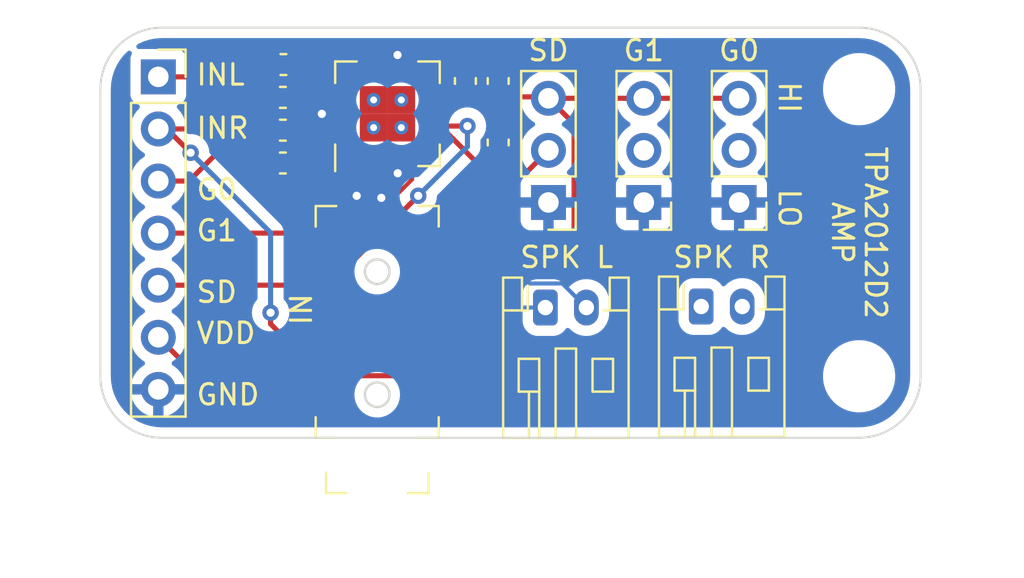
<source format=kicad_pcb>
(kicad_pcb (version 20211014) (generator pcbnew)
  (layers (0 "F.Cu" signal) (31 "B.Cu" signal) (34 "B.Paste" user) (35 "F.Paste" user) (36 "B.SilkS" user "B.Silkscreen") (37 "F.SilkS" user "F.Silkscreen") (38 "B.Mask" user) (39 "F.Mask" user) (44 "Edge.Cuts" user))
  (net 0 "")
  (net 1 "VDD")
  (net 2 "GND")
  (net 3 "Net-(C302-Pad1)")
  (net 4 "Net-(C303-Pad1)")
  (net 5 "INL-")
  (net 6 "INR-")
  (net 7 "Net-(C304-Pad2)")
  (net 8 "Net-(C306-Pad1)")
  (net 9 "G0")
  (net 10 "/TPA2012D2/OUTL+")
  (net 11 "/TPA2012D2/OUTL-")
  (net 13 "G1")
  (net 15 "/TPA2012D2/OUTR-")
  (net 16 "/TPA2012D2/OUTR+")
  (net 17 "SD")
  (footprint "Capacitor_SMD:C_0603_1608Metric" (layer "F.Cu") (at 159.4 82.6 90)
    (fp_text reference "C301")
    (fp_text value "1u")
    (fp_line (start -0.14058 0.51) (end 0.14058 0.51) (layer "F.SilkS") (width 0.12))
    (fp_line (start -0.14058 -0.51) (end 0.14058 -0.51) (layer "F.SilkS") (width 0.12))
    (pad "1" smd roundrect locked (at -0.775 0 90) (size 0.9 0.95) (layers "F.Cu" "F.Paste" "F.Mask") (net 1 "VDD"))
    (pad "2" smd roundrect locked (at 0.775 0 90) (size 0.9 0.95) (layers "F.Cu" "F.Paste" "F.Mask") (net 2 "GND"))
  )
  (footprint "MountingHole:MountingHole_2.5mm" (layer "F.Cu") (at 177 97)
    (fp_text reference "REF**")
    (fp_text value "MountingHole_2.5mm")
    (pad "" np_thru_hole circle locked (at 0 0) (size 2.5 2.5) (drill 2.5) (layers *.Cu *.Mask))
    (pad "" np_thru_hole circle locked (at 0 0) (size 2.5 2.5) (drill 2.5) (layers *.Cu *.Mask))
  )
  (footprint "Capacitor_SMD:C_0603_1608Metric" (layer "F.Cu") (at 148.925 81.8 180)
    (fp_text reference "C306")
    (fp_text value "0.1u")
    (fp_line (start -0.14058 -0.51) (end 0.14058 -0.51) (layer "F.SilkS") (width 0.12))
    (fp_line (start -0.14058 0.51) (end 0.14058 0.51) (layer "F.SilkS") (width 0.12))
    (pad "1" smd roundrect locked (at -0.775 0 180) (size 0.9 0.95) (layers "F.Cu" "F.Paste" "F.Mask") (net 8 "Net-(C306-Pad1)"))
    (pad "2" smd roundrect locked (at 0.775 0 180) (size 0.9 0.95) (layers "F.Cu" "F.Paste" "F.Mask") (net 2 "GND"))
  )
  (footprint "Capacitor_SMD:C_0603_1608Metric" (layer "F.Cu") (at 148.9 86.6 180)
    (fp_text reference "C302")
    (fp_text value "0.1u")
    (fp_line (start -0.14058 0.51) (end 0.14058 0.51) (layer "F.SilkS") (width 0.12))
    (fp_line (start -0.14058 -0.51) (end 0.14058 -0.51) (layer "F.SilkS") (width 0.12))
    (pad "1" smd roundrect locked (at -0.775 0 180) (size 0.9 0.95) (layers "F.Cu" "F.Paste" "F.Mask") (net 3 "Net-(C302-Pad1)"))
    (pad "2" smd roundrect locked (at 0.775 0 180) (size 0.9 0.95) (layers "F.Cu" "F.Paste" "F.Mask") (net 2 "GND"))
  )
  (footprint "Connector_PinHeader_2.54mm:PinHeader_1x03_P2.54mm_Vertical" (layer "F.Cu") (at 161.85 88.525 180)
    (fp_text reference "J105")
    (fp_text value "SD" (at 0 7.41) (layer "F.SilkS"))
    (fp_line (start -1.33 1.27) (end -1.33 6.41) (layer "F.SilkS") (width 0.12))
    (fp_line (start -1.33 6.41) (end 1.33 6.41) (layer "F.SilkS") (width 0.12))
    (fp_line (start -1.33 0) (end -1.33 -1.33) (layer "F.SilkS") (width 0.12))
    (fp_line (start 1.33 1.27) (end 1.33 6.41) (layer "F.SilkS") (width 0.12))
    (fp_line (start -1.33 -1.33) (end 0 -1.33) (layer "F.SilkS") (width 0.12))
    (fp_line (start -1.33 1.27) (end 1.33 1.27) (layer "F.SilkS") (width 0.12))
    (pad "1" thru_hole rect locked (at 0 0 180) (size 1.7 1.7) (drill 1) (layers *.Cu *.Mask) (net 2 "GND"))
    (pad "2" thru_hole oval locked (at 0 2.54 180) (size 1.7 1.7) (drill 1) (layers *.Cu *.Mask) (net 17 "SD"))
    (pad "3" thru_hole oval locked (at 0 5.08 180) (size 1.7 1.7) (drill 1) (layers *.Cu *.Mask) (net 1 "VDD"))
  )
  (footprint "tpa2012d2:PJ-320B-3A" (layer "F.Cu") (at 153.5 100)
    (fp_text reference "J104")
    (fp_text value "AudioJack3")
    (fp_line (start 3 0) (end 2 0) (layer "F.SilkS") (width 0.12))
    (fp_line (start -2.5 1.7) (end -2.5 2.7) (layer "F.SilkS") (width 0.12))
    (fp_line (start 3 -11.3) (end 3 -10.3) (layer "F.SilkS") (width 0.12))
    (fp_line (start -2.5 2.7) (end -1.5 2.7) (layer "F.SilkS") (width 0.12))
    (fp_line (start 2.5 1.7) (end 2.5 2.7) (layer "F.SilkS") (width 0.12))
    (fp_line (start -3 -10.3) (end -3 -11.3) (layer "F.SilkS") (width 0.12))
    (fp_line (start -3 -11.3) (end -2 -11.3) (layer "F.SilkS") (width 0.12))
    (fp_line (start -3 -1) (end -3 0) (layer "F.SilkS") (width 0.12))
    (fp_line (start 2 -11.3) (end 3 -11.3) (layer "F.SilkS") (width 0.12))
    (fp_line (start 2.5 2.7) (end 1.5 2.7) (layer "F.SilkS") (width 0.12))
    (fp_line (start 3 -1) (end 3 0) (layer "F.SilkS") (width 0.12))
    (fp_line (start -3 0) (end -2 0) (layer "F.SilkS") (width 0.12))
    (fp_circle (center 0 -2.1) (end 0.6 -2.1) (layer "Edge.Cuts") (width 0.12) (fill none))
    (fp_circle (center 0 -8.1) (end 0.6 -8.1) (layer "Edge.Cuts") (width 0.12) (fill none))
    (pad "R" smd rect (at -3.75 -4.1) (size 3.5 1.5) (layers "F.Cu" "F.Paste" "F.Mask") (net 6 "INR-"))
    (pad "S" smd rect (at 3.75 -2.1) (size 3.5 1.5) (layers "F.Cu" "F.Paste" "F.Mask") (net 2 "GND"))
    (pad "T" smd rect (at 3.7 -8.85) (size 3.5 1.5) (layers "F.Cu" "F.Paste" "F.Mask") (net 5 "INL-"))
  )
  (footprint "Capacitor_SMD:C_0603_1608Metric" (layer "F.Cu") (at 148.9 85 180)
    (fp_text reference "C303")
    (fp_text value "0.1u")
    (fp_line (start -0.14058 0.51) (end 0.14058 0.51) (layer "F.SilkS") (width 0.12))
    (fp_line (start -0.14058 -0.51) (end 0.14058 -0.51) (layer "F.SilkS") (width 0.12))
    (pad "1" smd roundrect locked (at -0.775 0 180) (size 0.9 0.95) (layers "F.Cu" "F.Paste" "F.Mask") (net 4 "Net-(C303-Pad1)"))
    (pad "2" smd roundrect locked (at 0.775 0 180) (size 0.9 0.95) (layers "F.Cu" "F.Paste" "F.Mask") (net 5 "INL-"))
  )
  (footprint "Connector_PinHeader_2.54mm:PinHeader_1x03_P2.54mm_Vertical" (layer "F.Cu") (at 166.5 88.525 180)
    (fp_text reference "J107")
    (fp_text value "G1" (at 0 7.41) (layer "F.SilkS"))
    (fp_line (start -1.33 1.27) (end -1.33 6.41) (layer "F.SilkS") (width 0.12))
    (fp_line (start -1.33 -1.33) (end 0 -1.33) (layer "F.SilkS") (width 0.12))
    (fp_line (start 1.33 1.27) (end 1.33 6.41) (layer "F.SilkS") (width 0.12))
    (fp_line (start -1.33 1.27) (end 1.33 1.27) (layer "F.SilkS") (width 0.12))
    (fp_line (start -1.33 0) (end -1.33 -1.33) (layer "F.SilkS") (width 0.12))
    (fp_line (start -1.33 6.41) (end 1.33 6.41) (layer "F.SilkS") (width 0.12))
    (pad "1" thru_hole rect locked (at 0 0 180) (size 1.7 1.7) (drill 1) (layers *.Cu *.Mask) (net 2 "GND"))
    (pad "2" thru_hole oval locked (at 0 2.54 180) (size 1.7 1.7) (drill 1) (layers *.Cu *.Mask) (net 13 "G1"))
    (pad "3" thru_hole oval locked (at 0 5.08 180) (size 1.7 1.7) (drill 1) (layers *.Cu *.Mask) (net 1 "VDD"))
  )
  (footprint "tpa2012d2:TPA2012D2" (layer "F.Cu") (at 154 84.2 90)
    (fp_text reference "U301")
    (fp_text value "TPA2012D2")
    (fp_line (start 2.55 2.55) (end 2.55 1.5) (layer "F.SilkS") (width 0.12))
    (fp_line (start -1.5 -2.55) (end -2.8 -2.55) (layer "F.SilkS") (width 0.12))
    (fp_line (start 1.5 2.55) (end 2.55 2.55) (layer "F.SilkS") (width 0.12))
    (fp_line (start -1.5 2.55) (end -2.55 2.55) (layer "F.SilkS") (width 0.12))
    (fp_line (start 1.5 -2.55) (end 2.55 -2.55) (layer "F.SilkS") (width 0.12))
    (fp_line (start 2.55 -2.55) (end 2.55 -1.5) (layer "F.SilkS") (width 0.12))
    (fp_line (start -2.55 2.55) (end -2.55 1.5) (layer "F.SilkS") (width 0.12))
    (pad "1" smd rect (at -2 -1 180) (size 0.23 0.8) (layers "F.Cu" "F.Paste" "F.Mask") (net 13 "G1"))
    (pad "2" smd rect (at -2 -0.5 180) (size 0.23 0.8) (layers "F.Cu" "F.Paste" "F.Mask") (net 10 "/TPA2012D2/OUTL+"))
    (pad "3" smd rect (at -2 0 180) (size 0.23 0.8) (layers "F.Cu" "F.Paste" "F.Mask") (net 1 "VDD"))
    (pad "4" smd rect (at -2 0.5 180) (size 0.23 0.8) (layers "F.Cu" "F.Paste" "F.Mask") (net 2 "GND"))
    (pad "5" smd rect (at -2 1 180) (size 0.23 0.8) (layers "F.Cu" "F.Paste" "F.Mask") (net 11 "/TPA2012D2/OUTL-"))
    (pad "6" smd rect (at -1 2 90) (size 0.23 0.8) (layers "F.Cu" "F.Paste" "F.Mask"))
    (pad "7" smd rect (at -0.5 2 90) (size 0.23 0.8) (layers "F.Cu" "F.Paste" "F.Mask") (net 17 "SD"))
    (pad "8" smd rect (at 0 2 90) (size 0.23 0.8) (layers "F.Cu" "F.Paste" "F.Mask") (net 17 "SD"))
    (pad "9" smd rect (at 0.5 2 90) (size 0.23 0.8) (layers "F.Cu" "F.Paste" "F.Mask") (net 1 "VDD"))
    (pad "10" smd rect (at 1 2 90) (size 0.23 0.8) (layers "F.Cu" "F.Paste" "F.Mask"))
    (pad "11" smd rect (at 2 1 180) (size 0.23 0.8) (layers "F.Cu" "F.Paste" "F.Mask") (net 15 "/TPA2012D2/OUTR-"))
    (pad "12" smd rect (at 2 0.5 180) (size 0.23 0.8) (layers "F.Cu" "F.Paste" "F.Mask") (net 2 "GND"))
    (pad "13" smd rect (at 2 0 180) (size 0.23 0.8) (layers "F.Cu" "F.Paste" "F.Mask") (net 1 "VDD"))
    (pad "14" smd rect (at 2 -0.5 180) (size 0.23 0.8) (layers "F.Cu" "F.Paste" "F.Mask") (net 16 "/TPA2012D2/OUTR+"))
    (pad "15" smd rect (at 2 -1 180) (size 0.23 0.8) (layers "F.Cu" "F.Paste" "F.Mask") (net 9 "G0"))
    (pad "16" smd rect (at 1 -2 90) (size 0.23 0.8) (layers "F.Cu" "F.Paste" "F.Mask") (net 8 "Net-(C306-Pad1)"))
    (pad "17" smd rect (at 0.5 -2 90) (size 0.23 0.8) (layers "F.Cu" "F.Paste" "F.Mask") (net 7 "Net-(C304-Pad2)"))
    (pad "18" smd rect (at 0 -2 90) (size 0.23 0.8) (layers "F.Cu" "F.Paste" "F.Mask") (net 2 "GND"))
    (pad "19" smd rect (at -0.5 -2 90) (size 0.23 0.8) (layers "F.Cu" "F.Paste" "F.Mask") (net 4 "Net-(C303-Pad1)"))
    (pad "20" smd rect (at -1 -2 90) (size 0.23 0.8) (layers "F.Cu" "F.Paste" "F.Mask") (net 3 "Net-(C302-Pad1)"))
    (pad "21" smd rect (at 0.675 0.675 90) (size 1.35 1.35) (layers "F.Cu" "F.Paste" "F.Mask"))
    (pad "21" thru_hole circle (at 0.675 0.675 90) (size 0.675 0.675) (drill 0.3375) (layers *.Cu *.Mask))
    (pad "21" thru_hole circle (at -0.675 0.675 90) (size 0.675 0.675) (drill 0.3375) (layers *.Cu *.Mask))
    (pad "21" smd rect (at 0.675 -0.675 90) (size 1.35 1.35) (layers "F.Cu" "F.Paste" "F.Mask"))
    (pad "21" smd rect (at -0.675 0.675 90) (size 1.35 1.35) (layers "F.Cu" "F.Paste" "F.Mask"))
    (pad "21" smd rect (at -0.675 -0.675 90) (size 1.35 1.35) (layers "F.Cu" "F.Paste" "F.Mask"))
    (pad "21" thru_hole circle (at -0.675 -0.675 90) (size 0.675 0.675) (drill 0.3375) (layers *.Cu *.Mask))
    (pad "21" thru_hole circle (at 0.675 -0.675 90) (size 0.675 0.675) (drill 0.3375) (layers *.Cu *.Mask))
  )
  (footprint "Connector_JST:JST_PH_S2B-PH-K_1x02_P2.00mm_Horizontal" (layer "F.Cu") (at 161.7 93.65)
    (fp_text reference "J102")
    (fp_text value "SPK L" (at 1.04058 -2.45 180) (layer "F.SilkS"))
    (fp_line (start -2.06 6.36) (end 4.06 6.36) (layer "F.SilkS") (width 0.12))
    (fp_line (start 3.14 0.14) (end 2.86 0.14) (layer "F.SilkS") (width 0.12))
    (fp_line (start 2.3 2.5) (end 3.3 2.5) (layer "F.SilkS") (width 0.12))
    (fp_line (start 0.5 6.36) (end 0.5 2) (layer "F.SilkS") (width 0.12))
    (fp_line (start 3.3 2.5) (end 3.3 4.1) (layer "F.SilkS") (width 0.12))
    (fp_line (start 1.5 2) (end 1.5 6.36) (layer "F.SilkS") (width 0.12))
    (fp_line (start -0.86 0.14) (end -0.86 -1.075) (layer "F.SilkS") (width 0.12))
    (fp_line (start -0.8 4.1) (end -0.8 6.36) (layer "F.SilkS") (width 0.12))
    (fp_line (start -0.3 4.1) (end -0.3 2.5) (layer "F.SilkS") (width 0.12))
    (fp_line (start -1.3 4.1) (end -0.3 4.1) (layer "F.SilkS") (width 0.12))
    (fp_line (start 4.06 6.36) (end 4.06 -1.46) (layer "F.SilkS") (width 0.12))
    (fp_line (start 4.06 0.14) (end 3.14 0.14) (layer "F.SilkS") (width 0.12))
    (fp_line (start 0.5 2) (end 1.5 2) (layer "F.SilkS") (width 0.12))
    (fp_line (start -1.14 -1.46) (end -2.06 -1.46) (layer "F.SilkS") (width 0.12))
    (fp_line (start 2.3 4.1) (end 2.3 2.5) (layer "F.SilkS") (width 0.12))
    (fp_line (start -2.06 0.14) (end -1.14 0.14) (layer "F.SilkS") (width 0.12))
    (fp_line (start -0.3 2.5) (end -1.3 2.5) (layer "F.SilkS") (width 0.12))
    (fp_line (start 3.14 -1.46) (end 3.14 0.14) (layer "F.SilkS") (width 0.12))
    (fp_line (start -0.86 0.14) (end -1.14 0.14) (layer "F.SilkS") (width 0.12))
    (fp_line (start 4.06 -1.46) (end 3.14 -1.46) (layer "F.SilkS") (width 0.12))
    (fp_line (start -1.14 0.14) (end -1.14 -1.46) (layer "F.SilkS") (width 0.12))
    (fp_line (start 3.3 4.1) (end 2.3 4.1) (layer "F.SilkS") (width 0.12))
    (fp_line (start -1.3 2.5) (end -1.3 4.1) (layer "F.SilkS") (width 0.12))
    (fp_line (start -0.3 4.1) (end -0.3 6.36) (layer "F.SilkS") (width 0.12))
    (fp_line (start -2.06 -1.46) (end -2.06 6.36) (layer "F.SilkS") (width 0.12))
    (pad "1" thru_hole roundrect locked (at 0 0) (size 1.2 1.75) (drill 0.75) (layers *.Cu *.Mask) (roundrect_rratio 0.208333) (net 10 "/TPA2012D2/OUTL+"))
    (pad "2" thru_hole oval locked (at 2 0) (size 1.2 1.75) (drill 0.75) (layers *.Cu *.Mask) (net 11 "/TPA2012D2/OUTL-"))
  )
  (footprint "Connector_JST:JST_PH_S2B-PH-K_1x02_P2.00mm_Horizontal" (layer "F.Cu") (at 169.3 93.6)
    (fp_text reference "J103")
    (fp_text value "SPK R" (at 1 -2.4 180) (layer "F.SilkS"))
    (fp_line (start 2.3 4.1) (end 2.3 2.5) (layer "F.SilkS") (width 0.12))
    (fp_line (start 3.14 0.14) (end 2.86 0.14) (layer "F.SilkS") (width 0.12))
    (fp_line (start 3.3 2.5) (end 3.3 4.1) (layer "F.SilkS") (width 0.12))
    (fp_line (start -0.3 2.5) (end -1.3 2.5) (layer "F.SilkS") (width 0.12))
    (fp_line (start 4.06 0.14) (end 3.14 0.14) (layer "F.SilkS") (width 0.12))
    (fp_line (start -2.06 6.36) (end 4.06 6.36) (layer "F.SilkS") (width 0.12))
    (fp_line (start 1.5 2) (end 1.5 6.36) (layer "F.SilkS") (width 0.12))
    (fp_line (start -2.06 -1.46) (end -2.06 6.36) (layer "F.SilkS") (width 0.12))
    (fp_line (start 3.3 4.1) (end 2.3 4.1) (layer "F.SilkS") (width 0.12))
    (fp_line (start 3.14 -1.46) (end 3.14 0.14) (layer "F.SilkS") (width 0.12))
    (fp_line (start 4.06 -1.46) (end 3.14 -1.46) (layer "F.SilkS") (width 0.12))
    (fp_line (start -1.3 2.5) (end -1.3 4.1) (layer "F.SilkS") (width 0.12))
    (fp_line (start 0.5 2) (end 1.5 2) (layer "F.SilkS") (width 0.12))
    (fp_line (start -0.86 0.14) (end -1.14 0.14) (layer "F.SilkS") (width 0.12))
    (fp_line (start -0.86 0.14) (end -0.86 -1.075) (layer "F.SilkS") (width 0.12))
    (fp_line (start -0.3 4.1) (end -0.3 2.5) (layer "F.SilkS") (width 0.12))
    (fp_line (start -1.3 4.1) (end -0.3 4.1) (layer "F.SilkS") (width 0.12))
    (fp_line (start -1.14 -1.46) (end -2.06 -1.46) (layer "F.SilkS") (width 0.12))
    (fp_line (start 4.06 6.36) (end 4.06 -1.46) (layer "F.SilkS") (width 0.12))
    (fp_line (start -0.3 4.1) (end -0.3 6.36) (layer "F.SilkS") (width 0.12))
    (fp_line (start -2.06 0.14) (end -1.14 0.14) (layer "F.SilkS") (width 0.12))
    (fp_line (start -0.8 4.1) (end -0.8 6.36) (layer "F.SilkS") (width 0.12))
    (fp_line (start -1.14 0.14) (end -1.14 -1.46) (layer "F.SilkS") (width 0.12))
    (fp_line (start 2.3 2.5) (end 3.3 2.5) (layer "F.SilkS") (width 0.12))
    (fp_line (start 0.5 6.36) (end 0.5 2) (layer "F.SilkS") (width 0.12))
    (pad "1" thru_hole roundrect locked (at 0 0) (size 1.2 1.75) (drill 0.75) (layers *.Cu *.Mask) (roundrect_rratio 0.208333) (net 16 "/TPA2012D2/OUTR+"))
    (pad "2" thru_hole oval locked (at 2 0) (size 1.2 1.75) (drill 0.75) (layers *.Cu *.Mask) (net 15 "/TPA2012D2/OUTR-"))
  )
  (footprint "Capacitor_SMD:C_0603_1608Metric" (layer "F.Cu") (at 148.9 83.4)
    (fp_text reference "C304")
    (fp_text value "0.1u")
    (fp_line (start -0.14058 -0.51) (end 0.14058 -0.51) (layer "F.SilkS") (width 0.12))
    (fp_line (start -0.14058 0.51) (end 0.14058 0.51) (layer "F.SilkS") (width 0.12))
    (pad "1" smd roundrect locked (at -0.775 0) (size 0.9 0.95) (layers "F.Cu" "F.Paste" "F.Mask") (net 6 "INR-"))
    (pad "2" smd roundrect locked (at 0.775 0) (size 0.9 0.95) (layers "F.Cu" "F.Paste" "F.Mask") (net 7 "Net-(C304-Pad2)"))
  )
  (footprint "Connector_PinSocket_2.54mm:PinSocket_1x07_P2.54mm_Vertical" (layer "F.Cu") (at 142.825 82.4)
    (fp_text reference "J101")
    (fp_text value "Conn_01x07_Female")
    (fp_line (start -1.33 1.27) (end 1.33 1.27) (layer "F.SilkS") (width 0.12))
    (fp_line (start 1.33 -1.33) (end 1.33 0) (layer "F.SilkS") (width 0.12))
    (fp_line (start -1.33 1.27) (end -1.33 16.57) (layer "F.SilkS") (width 0.12))
    (fp_line (start 1.33 1.27) (end 1.33 16.57) (layer "F.SilkS") (width 0.12))
    (fp_line (start 0 -1.33) (end 1.33 -1.33) (layer "F.SilkS") (width 0.12))
    (fp_line (start -1.33 16.57) (end 1.33 16.57) (layer "F.SilkS") (width 0.12))
    (pad "1" thru_hole rect locked (at 0 0) (size 1.7 1.7) (drill 1) (layers *.Cu *.Mask) (net 9 "G0"))
    (pad "2" thru_hole oval locked (at 0 2.54) (size 1.7 1.7) (drill 1) (layers *.Cu *.Mask) (net 6 "INR-"))
    (pad "3" thru_hole oval locked (at 0 5.08) (size 1.7 1.7) (drill 1) (layers *.Cu *.Mask) (net 5 "INL-"))
    (pad "4" thru_hole oval locked (at 0 7.62) (size 1.7 1.7) (drill 1) (layers *.Cu *.Mask) (net 13 "G1"))
    (pad "5" thru_hole oval locked (at 0 10.16) (size 1.7 1.7) (drill 1) (layers *.Cu *.Mask) (net 17 "SD"))
    (pad "6" thru_hole oval locked (at 0 12.7) (size 1.7 1.7) (drill 1) (layers *.Cu *.Mask) (net 1 "VDD"))
    (pad "7" thru_hole oval locked (at 0 15.24) (size 1.7 1.7) (drill 1) (layers *.Cu *.Mask) (net 2 "GND"))
  )
  (footprint "Capacitor_SMD:C_0603_1608Metric" (layer "F.Cu") (at 159.4 85.6 90)
    (fp_text reference "C305")
    (fp_text value "0.1u")
    (fp_line (start -0.14058 -0.51) (end 0.14058 -0.51) (layer "F.SilkS") (width 0.12))
    (fp_line (start -0.14058 0.51) (end 0.14058 0.51) (layer "F.SilkS") (width 0.12))
    (pad "1" smd roundrect locked (at -0.775 0 90) (size 0.9 0.95) (layers "F.Cu" "F.Paste" "F.Mask") (net 2 "GND"))
    (pad "2" smd roundrect locked (at 0.775 0 90) (size 0.9 0.95) (layers "F.Cu" "F.Paste" "F.Mask") (net 1 "VDD"))
  )
  (footprint "MountingHole:MountingHole_2.5mm" (layer "F.Cu") (at 177 83)
    (fp_text reference "REF**")
    (fp_text value "MountingHole_2.5mm")
    (pad "" np_thru_hole circle locked (at 0 0) (size 2.5 2.5) (drill 2.5) (layers *.Cu *.Mask))
    (pad "" np_thru_hole circle locked (at 0 0) (size 2.5 2.5) (drill 2.5) (layers *.Cu *.Mask))
  )
  (footprint "Capacitor_SMD:C_0603_1608Metric" (layer "F.Cu") (at 157.8 82.6 90)
    (fp_text reference "C307")
    (fp_text value "1u")
    (fp_line (start -0.14058 0.51) (end 0.14058 0.51) (layer "F.SilkS") (width 0.12))
    (fp_line (start -0.14058 -0.51) (end 0.14058 -0.51) (layer "F.SilkS") (width 0.12))
    (pad "1" smd roundrect locked (at -0.775 0 90) (size 0.9 0.95) (layers "F.Cu" "F.Paste" "F.Mask") (net 1 "VDD"))
    (pad "2" smd roundrect locked (at 0.775 0 90) (size 0.9 0.95) (layers "F.Cu" "F.Paste" "F.Mask") (net 2 "GND"))
  )
  (footprint "Connector_PinHeader_2.54mm:PinHeader_1x03_P2.54mm_Vertical" (layer "F.Cu") (at 171.15 88.525 180)
    (fp_text reference "J106")
    (fp_text value "G0" (at 0 7.41) (layer "F.SilkS"))
    (fp_line (start -1.33 1.27) (end -1.33 6.41) (layer "F.SilkS") (width 0.12))
    (fp_line (start 1.33 1.27) (end 1.33 6.41) (layer "F.SilkS") (width 0.12))
    (fp_line (start -1.33 1.27) (end 1.33 1.27) (layer "F.SilkS") (width 0.12))
    (fp_line (start -1.33 6.41) (end 1.33 6.41) (layer "F.SilkS") (width 0.12))
    (fp_line (start -1.33 0) (end -1.33 -1.33) (layer "F.SilkS") (width 0.12))
    (fp_line (start -1.33 -1.33) (end 0 -1.33) (layer "F.SilkS") (width 0.12))
    (pad "1" thru_hole rect locked (at 0 0 180) (size 1.7 1.7) (drill 1) (layers *.Cu *.Mask) (net 2 "GND"))
    (pad "2" thru_hole oval locked (at 0 2.54 180) (size 1.7 1.7) (drill 1) (layers *.Cu *.Mask) (net 9 "G0"))
    (pad "3" thru_hole oval locked (at 0 5.08 180) (size 1.7 1.7) (drill 1) (layers *.Cu *.Mask) (net 1 "VDD"))
  )
  (gr_line (start 177 100) (end 143 100) (layer "Edge.Cuts") (width 0.1))
  (gr_line (start 143 80) (end 177 80) (layer "Edge.Cuts") (width 0.1))
  (gr_line (start 180 83) (end 180 97) (layer "Edge.Cuts") (width 0.1))
  (gr_line (start 140 97) (end 140 83) (layer "Edge.Cuts") (width 0.1))
  (gr_arc (start 143 100) (mid 140.87868 99.12132) (end 140 97) (layer "Edge.Cuts") (width 0.1))
  (gr_arc (start 140 83) (mid 140.87868 80.87868) (end 143 80) (layer "Edge.Cuts") (width 0.1))
  (gr_arc (start 177 80) (mid 179.12132 80.87868) (end 180 83) (layer "Edge.Cuts") (width 0.1))
  (gr_arc (start 180 97) (mid 179.12132 99.12132) (end 177 100) (layer "Edge.Cuts") (width 0.1))
  (gr_text "LO" (at 173.6 88.8 270) (layer "F.SilkS") (effects (font (size 1 1))))
  (gr_text "HI" (at 173.6 83.4 270) (layer "F.SilkS") (effects (font (size 1 1))))
  (gr_text "G0" (at 144.6 87.9) (layer "F.SilkS") (effects (font (size 1 1)) (justify left)))
  (gr_text "SD" (at 144.6 92.9) (layer "F.SilkS") (effects (font (size 1 1)) (justify left)))
  (gr_text "TPA2012D2\nAMP" (at 177 90 270) (layer "F.SilkS") (effects (font (size 1 1))))
  (gr_text "IN" (at 149.8 94.6 90) (layer "F.SilkS") (effects (font (size 1 1)) (justify left)))
  (gr_text "VDD" (at 144.6 94.9) (layer "F.SilkS") (effects (font (size 1 1)) (justify left)))
  (gr_text "GND" (at 144.6 97.9) (layer "F.SilkS") (effects (font (size 1 1)) (justify left)))
  (gr_text "G1" (at 144.6 89.9) (layer "F.SilkS") (effects (font (size 1 1)) (justify left)))
  (gr_text "INR" (at 144.6 84.9) (layer "F.SilkS") (effects (font (size 1 1)) (justify left)))
  (gr_text "INL" (at 144.6 82.3) (layer "F.SilkS") (effects (font (size 1 1)) (justify left)))
  (segment (start 157.8 83.375) (end 159.4 83.375) (width 0.25) (layer "F.Cu") (net 1))
  (segment (start 161.85 83.445) (end 166.5 83.445) (width 0.25) (layer "F.Cu") (net 1))
  (segment (start 144.699511 96.974511) (end 155.175489 96.974511) (width 0.25) (layer "F.Cu") (net 1))
  (segment (start 159.4 83.375) (end 161.78 83.375) (width 0.25) (layer "F.Cu") (net 1))
  (segment (start 163.1 84.695) (end 161.85 83.445) (width 0.25) (layer "F.Cu") (net 1))
  (segment (start 157.475 83.7) (end 157.8 83.375) (width 0.25) (layer "F.Cu") (net 1))
  (segment (start 163.1 90.9) (end 163.1 84.695) (width 0.25) (layer "F.Cu") (net 1))
  (segment (start 142.825 95.1) (end 144.699511 96.974511) (width 0.25) (layer "F.Cu") (net 1))
  (segment (start 155.175489 96.974511) (end 161.25 90.9) (width 0.25) (layer "F.Cu") (net 1))
  (segment (start 156 83.7) (end 157.475 83.7) (width 0.25) (layer "F.Cu") (net 1))
  (segment (start 161.25 90.9) (end 163.1 90.9) (width 0.25) (layer "F.Cu") (net 1))
  (segment (start 166.5 83.445) (end 171.15 83.445) (width 0.25) (layer "F.Cu") (net 1))
  (segment (start 159.4 83.375) (end 159.4 84.825) (width 0.25) (layer "F.Cu") (net 1))
  (segment (start 161.78 83.375) (end 161.85 83.445) (width 0.25) (layer "F.Cu") (net 1))
  (segment (start 154.5 81.34201) (end 154.491299 81.333309) (width 0.25) (layer "F.Cu") (net 2))
  (segment (start 154.5 82.2) (end 154.5 81.34201) (width 0.25) (layer "F.Cu") (net 2))
  (segment (start 150.804817 84.2) (end 150.8 84.204817) (width 0.25) (layer "F.Cu") (net 2))
  (segment (start 152 84.2) (end 150.804817 84.2) (width 0.25) (layer "F.Cu") (net 2))
  (segment (start 154.5 86.2) (end 154.5 87.1) (width 0.25) (layer "F.Cu") (net 2))
  (via (at 154.491299 81.333309) (size 0.8) (drill 0.4) (layers "F.Cu" "B.Cu") (net 2))
  (via (at 150.8 84.204817) (size 0.8) (drill 0.4) (layers "F.Cu" "B.Cu") (net 2))
  (via (at 154.5 87.1) (size 0.8) (drill 0.4) (layers "F.Cu" "B.Cu") (net 2))
  (segment (start 152 85.2) (end 150.6 86.6) (width 0.25) (layer "F.Cu") (net 3))
  (segment (start 150.6 86.6) (end 149.675 86.6) (width 0.25) (layer "F.Cu") (net 3))
  (segment (start 151.4 84.7) (end 151.1 85) (width 0.25) (layer "F.Cu") (net 4))
  (segment (start 151.1 85) (end 149.675 85) (width 0.25) (layer "F.Cu") (net 4))
  (segment (start 152 84.7) (end 151.4 84.7) (width 0.25) (layer "F.Cu") (net 4))
  (segment (start 146.8 85) (end 148.125 85) (width 0.25) (layer "F.Cu") (net 5))
  (segment (start 142.825 87.48) (end 144.32 87.48) (width 0.25) (layer "F.Cu") (net 5))
  (segment (start 144.32 87.48) (end 146.8 85) (width 0.25) (layer "F.Cu") (net 5))
  (segment (start 142.825 84.94) (end 143.24 84.94) (width 0.25) (layer "F.Cu") (net 6))
  (segment (start 148.3 94.45) (end 149.75 95.9) (width 0.25) (layer "F.Cu") (net 6))
  (segment (start 142.825 84.94) (end 144.16 84.94) (width 0.25) (layer "F.Cu") (net 6))
  (segment (start 143.24 84.94) (end 144.4 86.1) (width 0.25) (layer "F.Cu") (net 6))
  (segment (start 144.16 84.94) (end 145.8 83.3) (width 0.25) (layer "F.Cu") (net 6))
  (segment (start 148.3 93.9) (end 148.3 94.45) (width 0.25) (layer "F.Cu") (net 6))
  (segment (start 145.8 83.3) (end 148.025 83.3) (width 0.25) (layer "F.Cu") (net 6))
  (segment (start 148.025 83.3) (end 148.125 83.4) (width 0.25) (layer "F.Cu") (net 6))
  (via (at 144.4 86.1) (size 0.8) (drill 0.4) (layers "F.Cu" "B.Cu") (net 6))
  (via (at 148.3 93.9) (size 0.8) (drill 0.4) (layers "F.Cu" "B.Cu") (net 6))
  (segment (start 148.3 90) (end 148.3 93.9) (width 0.25) (layer "B.Cu") (net 6))
  (segment (start 144.4 86.1) (end 148.3 90) (width 0.25) (layer "B.Cu") (net 6))
  (segment (start 152 83.7) (end 151.4 83.7) (width 0.25) (layer "F.Cu") (net 7))
  (segment (start 151.4 83.7) (end 151.1 83.4) (width 0.25) (layer "F.Cu") (net 7))
  (segment (start 151.1 83.4) (end 149.675 83.4) (width 0.25) (layer "F.Cu") (net 7))
  (segment (start 152 83.2) (end 151.8 83.2) (width 0.25) (layer "F.Cu") (net 8))
  (segment (start 151.8 83.2) (end 150.4 81.8) (width 0.25) (layer "F.Cu") (net 8))
  (segment (start 150.4 81.8) (end 149.7 81.8) (width 0.25) (layer "F.Cu") (net 8))
  (segment (start 147.4 80.9) (end 150.6 80.9) (width 0.25) (layer "F.Cu") (net 9))
  (segment (start 152 82.3) (end 152.9 82.3) (width 0.25) (layer "F.Cu") (net 9))
  (segment (start 150.6 80.9) (end 152 82.3) (width 0.25) (layer "F.Cu") (net 9))
  (segment (start 145.9 82.4) (end 147.4 80.9) (width 0.25) (layer "F.Cu") (net 9))
  (segment (start 152.9 82.3) (end 153 82.2) (width 0.25) (layer "F.Cu") (net 9))
  (segment (start 142.825 82.4) (end 145.9 82.4) (width 0.25) (layer "F.Cu") (net 9))
  (segment (start 152.5 88.2) (end 153.5 87.2) (width 0.2) (layer "F.Cu") (net 10))
  (segment (start 153.5 87.2) (end 153.5 86.2) (width 0.2) (layer "F.Cu") (net 10))
  (via (at 152.5 88.2) (size 0.8) (drill 0.4) (layers "F.Cu" "B.Cu") (net 10))
  (segment (start 161.7 93.65) (end 157.95 93.65) (width 0.2) (layer "B.Cu") (net 10))
  (segment (start 157.95 93.65) (end 152.5 88.2) (width 0.2) (layer "B.Cu") (net 10))
  (segment (start 155.2 86.4) (end 155.2 87.4) (width 0.2) (layer "F.Cu") (net 11))
  (segment (start 155 86.2) (end 155.2 86.4) (width 0.2) (layer "F.Cu") (net 11))
  (segment (start 153.7 88.3) (end 154.3 88.3) (width 0.2) (layer "F.Cu") (net 11))
  (segment (start 154.3 88.3) (end 155.2 87.4) (width 0.2) (layer "F.Cu") (net 11))
  (via (at 153.7 88.3) (size 0.8) (drill 0.4) (layers "F.Cu" "B.Cu") (net 11))
  (segment (start 157.87548 92.47548) (end 153.7 88.3) (width 0.2) (layer "B.Cu") (net 11))
  (segment (start 163.7 93.65) (end 162.52548 92.47548) (width 0.2) (layer "B.Cu") (net 11))
  (segment (start 162.52548 92.47548) (end 157.87548 92.47548) (width 0.2) (layer "B.Cu") (net 11))
  (segment (start 153 86.2) (end 149.18 90.02) (width 0.25) (layer "F.Cu") (net 13))
  (segment (start 149.18 90.02) (end 142.825 90.02) (width 0.25) (layer "F.Cu") (net 13))
  (segment (start 151.14 92.56) (end 155.5 88.2) (width 0.25) (layer "F.Cu") (net 17))
  (segment (start 142.825 92.56) (end 151.14 92.56) (width 0.25) (layer "F.Cu") (net 17))
  (segment (start 158.922382 87.14952) (end 160.68548 87.14952) (width 0.25) (layer "F.Cu") (net 17))
  (segment (start 156.764022 84.8) (end 156.664022 84.7) (width 0.25) (layer "F.Cu") (net 17))
  (segment (start 156.664022 84.89116) (end 158.922382 87.14952) (width 0.25) (layer "F.Cu") (net 17))
  (segment (start 160.68548 87.14952) (end 161.85 85.985) (width 0.25) (layer "F.Cu") (net 17))
  (segment (start 156 84.7) (end 156.664022 84.7) (width 0.25) (layer "F.Cu") (net 17))
  (segment (start 156.664022 84.7) (end 156.664022 84.89116) (width 0.25) (layer "F.Cu") (net 17))
  (segment (start 156 84.2) (end 156 84.7) (width 0.25) (layer "F.Cu") (net 17))
  (segment (start 157.9 84.8) (end 156.764022 84.8) (width 0.25) (layer "F.Cu") (net 17))
  (via (at 155.5 88.2) (size 0.8) (drill 0.4) (layers "F.Cu" "B.Cu") (net 17))
  (via (at 157.9 84.8) (size 0.8) (drill 0.4) (layers "F.Cu" "B.Cu") (net 17))
  (segment (start 155.5 88.2) (end 157.9 85.8) (width 0.25) (layer "B.Cu") (net 17))
  (segment (start 157.9 85.8) (end 157.9 84.8) (width 0.25) (layer "B.Cu") (net 17))
  (zone (net 2) (net_name "GND") (layer "B.Cu") (connect_pads (clearance 0.508)) (min_thickness 0.254) (fill yes (thermal_gap 0.508) (thermal_bridge_width 0.508))
    (polygon (pts (xy 181 101) (xy 139 101) (xy 139 79) (xy 181 79)))
  )
)
</source>
